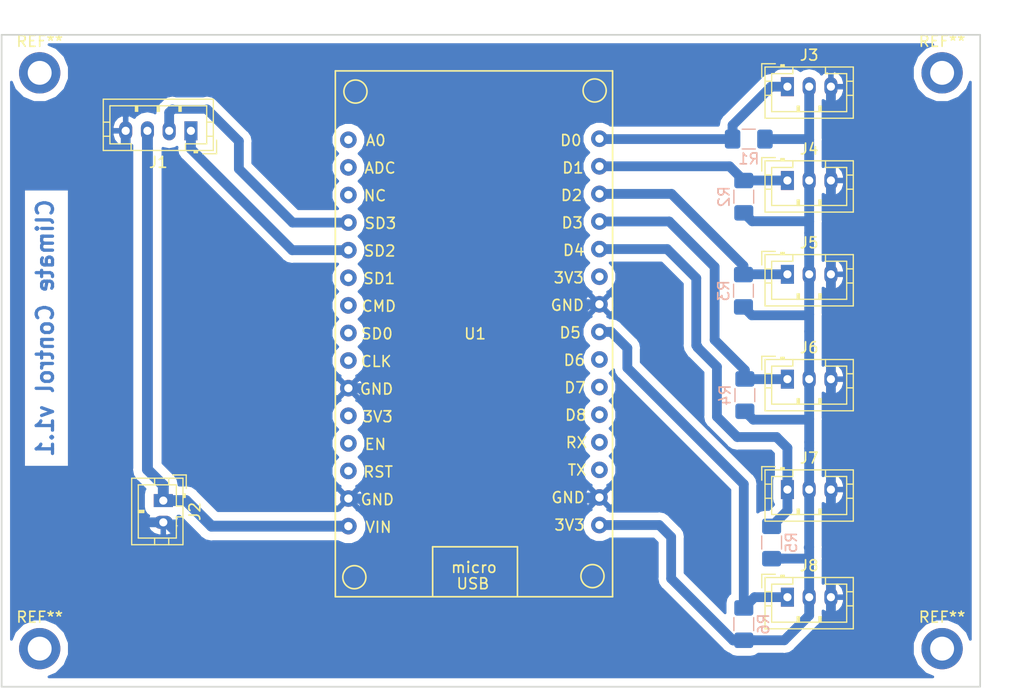
<source format=kicad_pcb>
(kicad_pcb (version 20171130) (host pcbnew 5.0.0+dfsg1-2~bpo9+1)
  (layers (0 F.Cu jumper) (31 B.Cu signal) (34 B.Paste user) (35 F.Paste user) (36 B.SilkS user) (37 F.SilkS user) (38 B.Mask user) (39 F.Mask user) (44 Edge.Cuts user))
  (net 0 "")
  (net 1 "Net-(J1-Pad1)")
  (net 2 "Net-(J1-Pad2)")
  (net 3 "Net-(J1-Pad3)")
  (net 4 GND)
  (net 5 3.3V)
  (net 6 GPIO16)
  (net 7 GPIO5)
  (net 8 GPIO4)
  (net 9 GPIO0)
  (net 10 GPIO2)
  (net 11 GPIO14)
  (net 12 "Net-(U1-Pad13)")
  (net 13 "Net-(U1-Pad9)")
  (net 14 "Net-(U1-Pad3)")
  (net 15 "Net-(U1-Pad6)")
  (net 16 "Net-(U1-Pad11)")
  (net 17 "Net-(U1-Pad12)")
  (net 18 "Net-(U1-Pad1)")
  (net 19 "Net-(U1-Pad2)")
  (net 20 "Net-(U1-Pad8)")
  (net 21 "Net-(U1-Pad7)")
  (net 22 "Net-(U1-Pad18)")
  (net 23 "Net-(U1-Pad19)")
  (net 24 "Net-(U1-Pad20)")
  (net 25 "Net-(U1-Pad21)")
  (net 26 "Net-(U1-Pad22)")
  (net 27 "Net-(U1-Pad25)")
  (module ESP8266:RobotDyn_NodeMCU (layer F.Cu) (at 138.783001 111.543001)
    (fp_text reference U1 (at 0.1 0 -180) (layer F.SilkS))
    (fp_text value RobotDyn_NodeMCU)
    (fp_text user 3V3 (at 8.782855 17.6) (layer F.SilkS))
    (fp_text user GND (at 8.654285 15.071423) (layer F.SilkS))
    (fp_text user TX (at 9.48999 12.542852) (layer F.SilkS))
    (fp_text user RX (at 9.425705 10.014281) (layer F.SilkS))
    (fp_text user D8 (at 9.36142 7.48571) (layer F.SilkS))
    (fp_text user D7 (at 9.297135 4.957139) (layer F.SilkS))
    (fp_text user D6 (at 9.23285 2.428568) (layer F.SilkS))
    (fp_text user GND (at 8.59 -2.628574) (layer F.SilkS))
    (fp_text user 3V3 (at 8.71857 -5.157145) (layer F.SilkS))
    (fp_text user D5 (at 8.84714 -0.100003) (layer F.SilkS))
    (fp_text user D4 (at 9.168565 -7.685716) (layer F.SilkS))
    (fp_text user D3 (at 9.039995 -10.214287) (layer F.SilkS))
    (fp_text user D2 (at 8.97571 -12.742858) (layer F.SilkS))
    (fp_text user D1 (at 9.10428 -15.271429) (layer F.SilkS))
    (fp_text user D0 (at 8.911425 -17.8) (layer F.SilkS))
    (fp_text user VIN (at -8.778574 17.8) (layer F.SilkS))
    (fp_text user GND (at -8.885716 15.257141) (layer F.SilkS))
    (fp_text user RST (at -8.814288 12.714284) (layer F.SilkS))
    (fp_text user EN (at -9.064286 10.171427) (layer F.SilkS))
    (fp_text user 3V3 (at -8.850002 7.62857) (layer F.SilkS))
    (fp_text user GND (at -8.957144 5.085713) (layer F.SilkS))
    (fp_text user CLK (at -8.992858 2.542856) (layer F.SilkS))
    (fp_text user SD0 (at -8.92143 -0.000001) (layer F.SilkS))
    (fp_text user CMD (at -8.74286 -2.542858) (layer F.SilkS))
    (fp_text user SD1 (at -8.707146 -5.085715) (layer F.SilkS))
    (fp_text user SD2 (at -8.671432 -7.628572) (layer F.SilkS))
    (fp_text user SD3 (at -8.600004 -10.171429) (layer F.SilkS))
    (fp_text user NC (at -9.1 -12.714286) (layer F.SilkS))
    (fp_text user ADC (at -8.635718 -15.257143) (layer F.SilkS))
    (fp_text user A0 (at -9.028572 -17.8) (layer F.SilkS))
    (fp_circle (center -11 22.4) (end -10.3 23.2) (layer F.SilkS) (width 0.15))
    (fp_circle (center 10.9 22.3) (end 11.6 23.1) (layer F.SilkS) (width 0.15))
    (fp_circle (center 11.1 -22.4) (end 11.8 -21.6) (layer F.SilkS) (width 0.15))
    (fp_circle (center -10.9 -22.3) (end -10.2 -21.5) (layer F.SilkS) (width 0.15))
    (fp_text user micro (at 0 21.5 -180) (layer F.SilkS))
    (fp_text user USB (at -0.1 23 -180) (layer F.SilkS))
    (fp_line (start -3.8 19.6) (end -3.8 24.1) (layer F.SilkS) (width 0.15))
    (fp_line (start 4 19.6) (end -3.8 19.6) (layer F.SilkS) (width 0.15))
    (fp_line (start 4 24.1) (end 4 19.6) (layer F.SilkS) (width 0.15))
    (fp_line (start 12.75 24.2) (end -12.75 24.2) (layer F.SilkS) (width 0.15))
    (fp_line (start -12.75 24.2) (end -12.75 -24.2) (layer F.SilkS) (width 0.15))
    (fp_line (start -12.75 -24.2) (end 12.75 -24.2) (layer F.SilkS) (width 0.15))
    (fp_line (start 12.75 -24.2) (end 12.75 24.2) (layer F.SilkS) (width 0.15))
    (pad 13 thru_hole circle (at -11.55 12.62 180) (size 1.524 1.524) (drill 0.762) (layers *.Cu *.Mask) (net 12 "Net-(U1-Pad13)"))
    (pad 9 thru_hole circle (at -11.55 2.46 180) (size 1.524 1.524) (drill 0.762) (layers *.Cu *.Mask) (net 13 "Net-(U1-Pad9)"))
    (pad 10 thru_hole circle (at -11.55 5 180) (size 1.524 1.524) (drill 0.762) (layers *.Cu *.Mask) (net 4 GND))
    (pad 3 thru_hole circle (at -11.55 -12.78 180) (size 1.524 1.524) (drill 0.762) (layers *.Cu *.Mask) (net 14 "Net-(U1-Pad3)"))
    (pad 6 thru_hole circle (at -11.55 -5.16 90) (size 1.524 1.524) (drill 0.762) (layers *.Cu *.Mask) (net 15 "Net-(U1-Pad6)"))
    (pad 14 thru_hole circle (at -11.55 15.16 180) (size 1.524 1.524) (drill 0.762) (layers *.Cu *.Mask) (net 4 GND))
    (pad 11 thru_hole circle (at -11.55 7.54 180) (size 1.524 1.524) (drill 0.762) (layers *.Cu *.Mask) (net 16 "Net-(U1-Pad11)"))
    (pad 5 thru_hole circle (at -11.55 -7.7 180) (size 1.524 1.524) (drill 0.762) (layers *.Cu *.Mask) (net 1 "Net-(J1-Pad1)"))
    (pad 4 thru_hole circle (at -11.55 -10.24 180) (size 1.524 1.524) (drill 0.762) (layers *.Cu *.Mask) (net 2 "Net-(J1-Pad2)"))
    (pad 12 thru_hole circle (at -11.55 10.08 180) (size 1.524 1.524) (drill 0.762) (layers *.Cu *.Mask) (net 17 "Net-(U1-Pad12)"))
    (pad 1 thru_hole circle (at -11.55 -17.86 180) (size 1.524 1.524) (drill 0.762) (layers *.Cu *.Mask) (net 18 "Net-(U1-Pad1)"))
    (pad 2 thru_hole circle (at -11.55 -15.32 180) (size 1.524 1.524) (drill 0.762) (layers *.Cu *.Mask) (net 19 "Net-(U1-Pad2)"))
    (pad 15 thru_hole circle (at -11.55 17.7 180) (size 1.524 1.524) (drill 0.762) (layers *.Cu *.Mask) (net 3 "Net-(J1-Pad3)"))
    (pad 8 thru_hole circle (at -11.55 -0.08 180) (size 1.524 1.524) (drill 0.762) (layers *.Cu *.Mask) (net 20 "Net-(U1-Pad8)"))
    (pad 7 thru_hole circle (at -11.55 -2.62 180) (size 1.524 1.524) (drill 0.762) (layers *.Cu *.Mask) (net 21 "Net-(U1-Pad7)"))
    (pad 16 thru_hole circle (at 11.54 17.6 180) (size 1.524 1.524) (drill 0.762) (layers *.Cu *.Mask) (net 5 3.3V))
    (pad 17 thru_hole circle (at 11.54 15.06 180) (size 1.524 1.524) (drill 0.762) (layers *.Cu *.Mask) (net 4 GND))
    (pad 18 thru_hole circle (at 11.54 12.52 180) (size 1.524 1.524) (drill 0.762) (layers *.Cu *.Mask) (net 22 "Net-(U1-Pad18)"))
    (pad 19 thru_hole circle (at 11.54 9.98 180) (size 1.524 1.524) (drill 0.762) (layers *.Cu *.Mask) (net 23 "Net-(U1-Pad19)"))
    (pad 20 thru_hole circle (at 11.54 7.44 180) (size 1.524 1.524) (drill 0.762) (layers *.Cu *.Mask) (net 24 "Net-(U1-Pad20)"))
    (pad 21 thru_hole circle (at 11.54 4.9 180) (size 1.524 1.524) (drill 0.762) (layers *.Cu *.Mask) (net 25 "Net-(U1-Pad21)"))
    (pad 22 thru_hole circle (at 11.54 2.36 180) (size 1.524 1.524) (drill 0.762) (layers *.Cu *.Mask) (net 26 "Net-(U1-Pad22)"))
    (pad 23 thru_hole circle (at 11.54 -0.18 180) (size 1.524 1.524) (drill 0.762) (layers *.Cu *.Mask) (net 11 GPIO14))
    (pad 24 thru_hole circle (at 11.54 -2.72 180) (size 1.524 1.524) (drill 0.762) (layers *.Cu *.Mask) (net 4 GND))
    (pad 25 thru_hole circle (at 11.54 -5.26 180) (size 1.524 1.524) (drill 0.762) (layers *.Cu *.Mask) (net 27 "Net-(U1-Pad25)"))
    (pad 26 thru_hole circle (at 11.54 -7.8 180) (size 1.524 1.524) (drill 0.762) (layers *.Cu *.Mask) (net 10 GPIO2))
    (pad 27 thru_hole circle (at 11.54 -10.34 180) (size 1.524 1.524) (drill 0.762) (layers *.Cu *.Mask) (net 9 GPIO0))
    (pad 28 thru_hole circle (at 11.54 -12.88 180) (size 1.524 1.524) (drill 0.762) (layers *.Cu *.Mask) (net 8 GPIO4))
    (pad 29 thru_hole circle (at 11.54 -15.42 180) (size 1.524 1.524) (drill 0.762) (layers *.Cu *.Mask) (net 7 GPIO5))
    (pad 30 thru_hole circle (at 11.54 -17.96 180) (size 1.524 1.524) (drill 0.762) (layers *.Cu *.Mask) (net 6 GPIO16))
  )
  (module Connector_JST:JST_PH_B4B-PH-K_1x04_P2.00mm_Vertical (layer F.Cu) (at 112.75 92.856 180)
    (fp_text reference J1 (at 3 -2.9 180) (layer F.SilkS))
    (fp_text value Display_01x04)
    (fp_line (start -2.06 -1.81) (end -2.06 2.91) (layer F.SilkS) (width 0.12))
    (fp_line (start -2.06 2.91) (end 8.06 2.91) (layer F.SilkS) (width 0.12))
    (fp_line (start 8.06 2.91) (end 8.06 -1.81) (layer F.SilkS) (width 0.12))
    (fp_line (start 8.06 -1.81) (end -2.06 -1.81) (layer F.SilkS) (width 0.12))
    (fp_line (start -0.3 -1.81) (end -0.3 -2.01) (layer F.SilkS) (width 0.12))
    (fp_line (start -0.3 -2.01) (end -0.6 -2.01) (layer F.SilkS) (width 0.12))
    (fp_line (start -0.6 -2.01) (end -0.6 -1.81) (layer F.SilkS) (width 0.12))
    (fp_line (start -0.3 -1.91) (end -0.6 -1.91) (layer F.SilkS) (width 0.12))
    (fp_line (start 0.5 -1.81) (end 0.5 -1.2) (layer F.SilkS) (width 0.12))
    (fp_line (start 0.5 -1.2) (end -1.45 -1.2) (layer F.SilkS) (width 0.12))
    (fp_line (start -1.45 -1.2) (end -1.45 2.3) (layer F.SilkS) (width 0.12))
    (fp_line (start -1.45 2.3) (end 7.45 2.3) (layer F.SilkS) (width 0.12))
    (fp_line (start 7.45 2.3) (end 7.45 -1.2) (layer F.SilkS) (width 0.12))
    (fp_line (start 7.45 -1.2) (end 5.5 -1.2) (layer F.SilkS) (width 0.12))
    (fp_line (start 5.5 -1.2) (end 5.5 -1.81) (layer F.SilkS) (width 0.12))
    (fp_line (start -2.06 -0.5) (end -1.45 -0.5) (layer F.SilkS) (width 0.12))
    (fp_line (start -2.06 0.8) (end -1.45 0.8) (layer F.SilkS) (width 0.12))
    (fp_line (start 8.06 -0.5) (end 7.45 -0.5) (layer F.SilkS) (width 0.12))
    (fp_line (start 8.06 0.8) (end 7.45 0.8) (layer F.SilkS) (width 0.12))
    (fp_line (start 0.9 2.3) (end 0.9 1.8) (layer F.SilkS) (width 0.12))
    (fp_line (start 0.9 1.8) (end 1.1 1.8) (layer F.SilkS) (width 0.12))
    (fp_line (start 1.1 1.8) (end 1.1 2.3) (layer F.SilkS) (width 0.12))
    (fp_line (start 1 2.3) (end 1 1.8) (layer F.SilkS) (width 0.12))
    (fp_line (start 2.9 2.3) (end 2.9 1.8) (layer F.SilkS) (width 0.12))
    (fp_line (start 2.9 1.8) (end 3.1 1.8) (layer F.SilkS) (width 0.12))
    (fp_line (start 3.1 1.8) (end 3.1 2.3) (layer F.SilkS) (width 0.12))
    (fp_line (start 3 2.3) (end 3 1.8) (layer F.SilkS) (width 0.12))
    (fp_line (start 4.9 2.3) (end 4.9 1.8) (layer F.SilkS) (width 0.12))
    (fp_line (start 4.9 1.8) (end 5.1 1.8) (layer F.SilkS) (width 0.12))
    (fp_line (start 5.1 1.8) (end 5.1 2.3) (layer F.SilkS) (width 0.12))
    (fp_line (start 5 2.3) (end 5 1.8) (layer F.SilkS) (width 0.12))
    (fp_line (start -1.11 -2.11) (end -2.36 -2.11) (layer F.SilkS) (width 0.12))
    (fp_line (start -2.36 -2.11) (end -2.36 -0.86) (layer F.SilkS) (width 0.12))
    (pad 1 thru_hole rect (at 0 0 180) (size 1.2 1.75) (drill 0.75) (layers *.Cu *.Mask) (net 1 "Net-(J1-Pad1)"))
    (pad 2 thru_hole oval (at 2 0 180) (size 1.2 1.75) (drill 0.75) (layers *.Cu *.Mask) (net 2 "Net-(J1-Pad2)"))
    (pad 3 thru_hole oval (at 4 0 180) (size 1.2 1.75) (drill 0.75) (layers *.Cu *.Mask) (net 3 "Net-(J1-Pad3)"))
    (pad 4 thru_hole oval (at 6 0 180) (size 1.2 1.75) (drill 0.75) (layers *.Cu *.Mask) (net 4 GND))
  )
  (module Connector_JST:JST_PH_B2B-PH-K_1x02_P2.00mm_Vertical (layer F.Cu) (at 110.21 126.892 270)
    (fp_text reference J2 (at 1 -2.9 270) (layer F.SilkS))
    (fp_text value Power_Conn_01x02)
    (fp_line (start -2.06 -1.81) (end -2.06 2.91) (layer F.SilkS) (width 0.12))
    (fp_line (start -2.06 2.91) (end 4.06 2.91) (layer F.SilkS) (width 0.12))
    (fp_line (start 4.06 2.91) (end 4.06 -1.81) (layer F.SilkS) (width 0.12))
    (fp_line (start 4.06 -1.81) (end -2.06 -1.81) (layer F.SilkS) (width 0.12))
    (fp_line (start -0.3 -1.81) (end -0.3 -2.01) (layer F.SilkS) (width 0.12))
    (fp_line (start -0.3 -2.01) (end -0.6 -2.01) (layer F.SilkS) (width 0.12))
    (fp_line (start -0.6 -2.01) (end -0.6 -1.81) (layer F.SilkS) (width 0.12))
    (fp_line (start -0.3 -1.91) (end -0.6 -1.91) (layer F.SilkS) (width 0.12))
    (fp_line (start 0.5 -1.81) (end 0.5 -1.2) (layer F.SilkS) (width 0.12))
    (fp_line (start 0.5 -1.2) (end -1.45 -1.2) (layer F.SilkS) (width 0.12))
    (fp_line (start -1.45 -1.2) (end -1.45 2.3) (layer F.SilkS) (width 0.12))
    (fp_line (start -1.45 2.3) (end 3.45 2.3) (layer F.SilkS) (width 0.12))
    (fp_line (start 3.45 2.3) (end 3.45 -1.2) (layer F.SilkS) (width 0.12))
    (fp_line (start 3.45 -1.2) (end 1.5 -1.2) (layer F.SilkS) (width 0.12))
    (fp_line (start 1.5 -1.2) (end 1.5 -1.81) (layer F.SilkS) (width 0.12))
    (fp_line (start -2.06 -0.5) (end -1.45 -0.5) (layer F.SilkS) (width 0.12))
    (fp_line (start -2.06 0.8) (end -1.45 0.8) (layer F.SilkS) (width 0.12))
    (fp_line (start 4.06 -0.5) (end 3.45 -0.5) (layer F.SilkS) (width 0.12))
    (fp_line (start 4.06 0.8) (end 3.45 0.8) (layer F.SilkS) (width 0.12))
    (fp_line (start 0.9 2.3) (end 0.9 1.8) (layer F.SilkS) (width 0.12))
    (fp_line (start 0.9 1.8) (end 1.1 1.8) (layer F.SilkS) (width 0.12))
    (fp_line (start 1.1 1.8) (end 1.1 2.3) (layer F.SilkS) (width 0.12))
    (fp_line (start 1 2.3) (end 1 1.8) (layer F.SilkS) (width 0.12))
    (fp_line (start -1.11 -2.11) (end -2.36 -2.11) (layer F.SilkS) (width 0.12))
    (fp_line (start -2.36 -2.11) (end -2.36 -0.86) (layer F.SilkS) (width 0.12))
    (pad 1 thru_hole rect (at 0 0 270) (size 1.2 1.75) (drill 0.75) (layers *.Cu *.Mask) (net 3 "Net-(J1-Pad3)"))
    (pad 2 thru_hole oval (at 2 0 270) (size 1.2 1.75) (drill 0.75) (layers *.Cu *.Mask) (net 4 GND))
  )
  (module Resistor_SMD:R_1206_3216Metric_Pad1.42x1.75mm_HandSolder (layer B.Cu) (at 164.058 93.618)
    (fp_text reference R1 (at 0 1.82) (layer B.SilkS) (effects (justify mirror)))
    (fp_text value 47k)
    (fp_line (start -0.602064 0.91) (end 0.602064 0.91) (layer B.SilkS) (width 0.12))
    (fp_line (start -0.602064 -0.91) (end 0.602064 -0.91) (layer B.SilkS) (width 0.12))
    (pad 1 smd roundrect (at -1.4875 0) (size 1.425 1.75) (layers B.Cu B.Paste B.Mask) (roundrect_rratio 0.175439) (net 6 GPIO16))
    (pad 2 smd roundrect (at 1.4875 0) (size 1.425 1.75) (layers B.Cu B.Paste B.Mask) (roundrect_rratio 0.175439) (net 5 3.3V))
  )
  (module Connector_JST:JST_PH_B3B-PH-K_1x03_P2.00mm_Vertical (layer F.Cu) (at 167.614 88.792)
    (fp_text reference J3 (at 2 -2.9) (layer F.SilkS))
    (fp_text value Sensor_Conn_01x03)
    (fp_line (start -2.36 -2.11) (end -2.36 -0.86) (layer F.SilkS) (width 0.12))
    (fp_line (start -1.11 -2.11) (end -2.36 -2.11) (layer F.SilkS) (width 0.12))
    (fp_line (start 3 2.3) (end 3 1.8) (layer F.SilkS) (width 0.12))
    (fp_line (start 3.1 1.8) (end 3.1 2.3) (layer F.SilkS) (width 0.12))
    (fp_line (start 2.9 1.8) (end 3.1 1.8) (layer F.SilkS) (width 0.12))
    (fp_line (start 2.9 2.3) (end 2.9 1.8) (layer F.SilkS) (width 0.12))
    (fp_line (start 1 2.3) (end 1 1.8) (layer F.SilkS) (width 0.12))
    (fp_line (start 1.1 1.8) (end 1.1 2.3) (layer F.SilkS) (width 0.12))
    (fp_line (start 0.9 1.8) (end 1.1 1.8) (layer F.SilkS) (width 0.12))
    (fp_line (start 0.9 2.3) (end 0.9 1.8) (layer F.SilkS) (width 0.12))
    (fp_line (start 6.06 0.8) (end 5.45 0.8) (layer F.SilkS) (width 0.12))
    (fp_line (start 6.06 -0.5) (end 5.45 -0.5) (layer F.SilkS) (width 0.12))
    (fp_line (start -2.06 0.8) (end -1.45 0.8) (layer F.SilkS) (width 0.12))
    (fp_line (start -2.06 -0.5) (end -1.45 -0.5) (layer F.SilkS) (width 0.12))
    (fp_line (start 3.5 -1.2) (end 3.5 -1.81) (layer F.SilkS) (width 0.12))
    (fp_line (start 5.45 -1.2) (end 3.5 -1.2) (layer F.SilkS) (width 0.12))
    (fp_line (start 5.45 2.3) (end 5.45 -1.2) (layer F.SilkS) (width 0.12))
    (fp_line (start -1.45 2.3) (end 5.45 2.3) (layer F.SilkS) (width 0.12))
    (fp_line (start -1.45 -1.2) (end -1.45 2.3) (layer F.SilkS) (width 0.12))
    (fp_line (start 0.5 -1.2) (end -1.45 -1.2) (layer F.SilkS) (width 0.12))
    (fp_line (start 0.5 -1.81) (end 0.5 -1.2) (layer F.SilkS) (width 0.12))
    (fp_line (start -0.3 -1.91) (end -0.6 -1.91) (layer F.SilkS) (width 0.12))
    (fp_line (start -0.6 -2.01) (end -0.6 -1.81) (layer F.SilkS) (width 0.12))
    (fp_line (start -0.3 -2.01) (end -0.6 -2.01) (layer F.SilkS) (width 0.12))
    (fp_line (start -0.3 -1.81) (end -0.3 -2.01) (layer F.SilkS) (width 0.12))
    (fp_line (start 6.06 -1.81) (end -2.06 -1.81) (layer F.SilkS) (width 0.12))
    (fp_line (start 6.06 2.91) (end 6.06 -1.81) (layer F.SilkS) (width 0.12))
    (fp_line (start -2.06 2.91) (end 6.06 2.91) (layer F.SilkS) (width 0.12))
    (fp_line (start -2.06 -1.81) (end -2.06 2.91) (layer F.SilkS) (width 0.12))
    (pad 3 thru_hole oval (at 4 0) (size 1.2 1.75) (drill 0.75) (layers *.Cu *.Mask) (net 4 GND))
    (pad 2 thru_hole oval (at 2 0) (size 1.2 1.75) (drill 0.75) (layers *.Cu *.Mask) (net 5 3.3V))
    (pad 1 thru_hole rect (at 0 0) (size 1.2 1.75) (drill 0.75) (layers *.Cu *.Mask) (net 6 GPIO16))
  )
  (module Connector_JST:JST_PH_B3B-PH-K_1x03_P2.00mm_Vertical (layer F.Cu) (at 167.614 97.428)
    (fp_text reference J4 (at 2 -2.9) (layer F.SilkS))
    (fp_text value Sensor_Conn_01x03)
    (fp_line (start -2.36 -2.11) (end -2.36 -0.86) (layer F.SilkS) (width 0.12))
    (fp_line (start -1.11 -2.11) (end -2.36 -2.11) (layer F.SilkS) (width 0.12))
    (fp_line (start 3 2.3) (end 3 1.8) (layer F.SilkS) (width 0.12))
    (fp_line (start 3.1 1.8) (end 3.1 2.3) (layer F.SilkS) (width 0.12))
    (fp_line (start 2.9 1.8) (end 3.1 1.8) (layer F.SilkS) (width 0.12))
    (fp_line (start 2.9 2.3) (end 2.9 1.8) (layer F.SilkS) (width 0.12))
    (fp_line (start 1 2.3) (end 1 1.8) (layer F.SilkS) (width 0.12))
    (fp_line (start 1.1 1.8) (end 1.1 2.3) (layer F.SilkS) (width 0.12))
    (fp_line (start 0.9 1.8) (end 1.1 1.8) (layer F.SilkS) (width 0.12))
    (fp_line (start 0.9 2.3) (end 0.9 1.8) (layer F.SilkS) (width 0.12))
    (fp_line (start 6.06 0.8) (end 5.45 0.8) (layer F.SilkS) (width 0.12))
    (fp_line (start 6.06 -0.5) (end 5.45 -0.5) (layer F.SilkS) (width 0.12))
    (fp_line (start -2.06 0.8) (end -1.45 0.8) (layer F.SilkS) (width 0.12))
    (fp_line (start -2.06 -0.5) (end -1.45 -0.5) (layer F.SilkS) (width 0.12))
    (fp_line (start 3.5 -1.2) (end 3.5 -1.81) (layer F.SilkS) (width 0.12))
    (fp_line (start 5.45 -1.2) (end 3.5 -1.2) (layer F.SilkS) (width 0.12))
    (fp_line (start 5.45 2.3) (end 5.45 -1.2) (layer F.SilkS) (width 0.12))
    (fp_line (start -1.45 2.3) (end 5.45 2.3) (layer F.SilkS) (width 0.12))
    (fp_line (start -1.45 -1.2) (end -1.45 2.3) (layer F.SilkS) (width 0.12))
    (fp_line (start 0.5 -1.2) (end -1.45 -1.2) (layer F.SilkS) (width 0.12))
    (fp_line (start 0.5 -1.81) (end 0.5 -1.2) (layer F.SilkS) (width 0.12))
    (fp_line (start -0.3 -1.91) (end -0.6 -1.91) (layer F.SilkS) (width 0.12))
    (fp_line (start -0.6 -2.01) (end -0.6 -1.81) (layer F.SilkS) (width 0.12))
    (fp_line (start -0.3 -2.01) (end -0.6 -2.01) (layer F.SilkS) (width 0.12))
    (fp_line (start -0.3 -1.81) (end -0.3 -2.01) (layer F.SilkS) (width 0.12))
    (fp_line (start 6.06 -1.81) (end -2.06 -1.81) (layer F.SilkS) (width 0.12))
    (fp_line (start 6.06 2.91) (end 6.06 -1.81) (layer F.SilkS) (width 0.12))
    (fp_line (start -2.06 2.91) (end 6.06 2.91) (layer F.SilkS) (width 0.12))
    (fp_line (start -2.06 -1.81) (end -2.06 2.91) (layer F.SilkS) (width 0.12))
    (pad 3 thru_hole oval (at 4 0) (size 1.2 1.75) (drill 0.75) (layers *.Cu *.Mask) (net 4 GND))
    (pad 2 thru_hole oval (at 2 0) (size 1.2 1.75) (drill 0.75) (layers *.Cu *.Mask) (net 5 3.3V))
    (pad 1 thru_hole rect (at 0 0) (size 1.2 1.75) (drill 0.75) (layers *.Cu *.Mask) (net 7 GPIO5))
  )
  (module Connector_JST:JST_PH_B3B-PH-K_1x03_P2.00mm_Vertical (layer F.Cu) (at 167.614 106.064)
    (fp_text reference J5 (at 2 -2.9) (layer F.SilkS))
    (fp_text value Sensor_Conn_01x03)
    (fp_line (start -2.06 -1.81) (end -2.06 2.91) (layer F.SilkS) (width 0.12))
    (fp_line (start -2.06 2.91) (end 6.06 2.91) (layer F.SilkS) (width 0.12))
    (fp_line (start 6.06 2.91) (end 6.06 -1.81) (layer F.SilkS) (width 0.12))
    (fp_line (start 6.06 -1.81) (end -2.06 -1.81) (layer F.SilkS) (width 0.12))
    (fp_line (start -0.3 -1.81) (end -0.3 -2.01) (layer F.SilkS) (width 0.12))
    (fp_line (start -0.3 -2.01) (end -0.6 -2.01) (layer F.SilkS) (width 0.12))
    (fp_line (start -0.6 -2.01) (end -0.6 -1.81) (layer F.SilkS) (width 0.12))
    (fp_line (start -0.3 -1.91) (end -0.6 -1.91) (layer F.SilkS) (width 0.12))
    (fp_line (start 0.5 -1.81) (end 0.5 -1.2) (layer F.SilkS) (width 0.12))
    (fp_line (start 0.5 -1.2) (end -1.45 -1.2) (layer F.SilkS) (width 0.12))
    (fp_line (start -1.45 -1.2) (end -1.45 2.3) (layer F.SilkS) (width 0.12))
    (fp_line (start -1.45 2.3) (end 5.45 2.3) (layer F.SilkS) (width 0.12))
    (fp_line (start 5.45 2.3) (end 5.45 -1.2) (layer F.SilkS) (width 0.12))
    (fp_line (start 5.45 -1.2) (end 3.5 -1.2) (layer F.SilkS) (width 0.12))
    (fp_line (start 3.5 -1.2) (end 3.5 -1.81) (layer F.SilkS) (width 0.12))
    (fp_line (start -2.06 -0.5) (end -1.45 -0.5) (layer F.SilkS) (width 0.12))
    (fp_line (start -2.06 0.8) (end -1.45 0.8) (layer F.SilkS) (width 0.12))
    (fp_line (start 6.06 -0.5) (end 5.45 -0.5) (layer F.SilkS) (width 0.12))
    (fp_line (start 6.06 0.8) (end 5.45 0.8) (layer F.SilkS) (width 0.12))
    (fp_line (start 0.9 2.3) (end 0.9 1.8) (layer F.SilkS) (width 0.12))
    (fp_line (start 0.9 1.8) (end 1.1 1.8) (layer F.SilkS) (width 0.12))
    (fp_line (start 1.1 1.8) (end 1.1 2.3) (layer F.SilkS) (width 0.12))
    (fp_line (start 1 2.3) (end 1 1.8) (layer F.SilkS) (width 0.12))
    (fp_line (start 2.9 2.3) (end 2.9 1.8) (layer F.SilkS) (width 0.12))
    (fp_line (start 2.9 1.8) (end 3.1 1.8) (layer F.SilkS) (width 0.12))
    (fp_line (start 3.1 1.8) (end 3.1 2.3) (layer F.SilkS) (width 0.12))
    (fp_line (start 3 2.3) (end 3 1.8) (layer F.SilkS) (width 0.12))
    (fp_line (start -1.11 -2.11) (end -2.36 -2.11) (layer F.SilkS) (width 0.12))
    (fp_line (start -2.36 -2.11) (end -2.36 -0.86) (layer F.SilkS) (width 0.12))
    (pad 1 thru_hole rect (at 0 0) (size 1.2 1.75) (drill 0.75) (layers *.Cu *.Mask) (net 8 GPIO4))
    (pad 2 thru_hole oval (at 2 0) (size 1.2 1.75) (drill 0.75) (layers *.Cu *.Mask) (net 5 3.3V))
    (pad 3 thru_hole oval (at 4 0) (size 1.2 1.75) (drill 0.75) (layers *.Cu *.Mask) (net 4 GND))
  )
  (module Connector_JST:JST_PH_B3B-PH-K_1x03_P2.00mm_Vertical (layer F.Cu) (at 167.614 115.716)
    (fp_text reference J6 (at 2 -2.9) (layer F.SilkS))
    (fp_text value Sensor_Conn_01x03)
    (fp_line (start -2.06 -1.81) (end -2.06 2.91) (layer F.SilkS) (width 0.12))
    (fp_line (start -2.06 2.91) (end 6.06 2.91) (layer F.SilkS) (width 0.12))
    (fp_line (start 6.06 2.91) (end 6.06 -1.81) (layer F.SilkS) (width 0.12))
    (fp_line (start 6.06 -1.81) (end -2.06 -1.81) (layer F.SilkS) (width 0.12))
    (fp_line (start -0.3 -1.81) (end -0.3 -2.01) (layer F.SilkS) (width 0.12))
    (fp_line (start -0.3 -2.01) (end -0.6 -2.01) (layer F.SilkS) (width 0.12))
    (fp_line (start -0.6 -2.01) (end -0.6 -1.81) (layer F.SilkS) (width 0.12))
    (fp_line (start -0.3 -1.91) (end -0.6 -1.91) (layer F.SilkS) (width 0.12))
    (fp_line (start 0.5 -1.81) (end 0.5 -1.2) (layer F.SilkS) (width 0.12))
    (fp_line (start 0.5 -1.2) (end -1.45 -1.2) (layer F.SilkS) (width 0.12))
    (fp_line (start -1.45 -1.2) (end -1.45 2.3) (layer F.SilkS) (width 0.12))
    (fp_line (start -1.45 2.3) (end 5.45 2.3) (layer F.SilkS) (width 0.12))
    (fp_line (start 5.45 2.3) (end 5.45 -1.2) (layer F.SilkS) (width 0.12))
    (fp_line (start 5.45 -1.2) (end 3.5 -1.2) (layer F.SilkS) (width 0.12))
    (fp_line (start 3.5 -1.2) (end 3.5 -1.81) (layer F.SilkS) (width 0.12))
    (fp_line (start -2.06 -0.5) (end -1.45 -0.5) (layer F.SilkS) (width 0.12))
    (fp_line (start -2.06 0.8) (end -1.45 0.8) (layer F.SilkS) (width 0.12))
    (fp_line (start 6.06 -0.5) (end 5.45 -0.5) (layer F.SilkS) (width 0.12))
    (fp_line (start 6.06 0.8) (end 5.45 0.8) (layer F.SilkS) (width 0.12))
    (fp_line (start 0.9 2.3) (end 0.9 1.8) (layer F.SilkS) (width 0.12))
    (fp_line (start 0.9 1.8) (end 1.1 1.8) (layer F.SilkS) (width 0.12))
    (fp_line (start 1.1 1.8) (end 1.1 2.3) (layer F.SilkS) (width 0.12))
    (fp_line (start 1 2.3) (end 1 1.8) (layer F.SilkS) (width 0.12))
    (fp_line (start 2.9 2.3) (end 2.9 1.8) (layer F.SilkS) (width 0.12))
    (fp_line (start 2.9 1.8) (end 3.1 1.8) (layer F.SilkS) (width 0.12))
    (fp_line (start 3.1 1.8) (end 3.1 2.3) (layer F.SilkS) (width 0.12))
    (fp_line (start 3 2.3) (end 3 1.8) (layer F.SilkS) (width 0.12))
    (fp_line (start -1.11 -2.11) (end -2.36 -2.11) (layer F.SilkS) (width 0.12))
    (fp_line (start -2.36 -2.11) (end -2.36 -0.86) (layer F.SilkS) (width 0.12))
    (pad 1 thru_hole rect (at 0 0) (size 1.2 1.75) (drill 0.75) (layers *.Cu *.Mask) (net 9 GPIO0))
    (pad 2 thru_hole oval (at 2 0) (size 1.2 1.75) (drill 0.75) (layers *.Cu *.Mask) (net 5 3.3V))
    (pad 3 thru_hole oval (at 4 0) (size 1.2 1.75) (drill 0.75) (layers *.Cu *.Mask) (net 4 GND))
  )
  (module Connector_JST:JST_PH_B3B-PH-K_1x03_P2.00mm_Vertical (layer F.Cu) (at 167.614 125.876)
    (fp_text reference J7 (at 2 -2.9) (layer F.SilkS))
    (fp_text value Sensor_Conn_01x03)
    (fp_line (start -2.36 -2.11) (end -2.36 -0.86) (layer F.SilkS) (width 0.12))
    (fp_line (start -1.11 -2.11) (end -2.36 -2.11) (layer F.SilkS) (width 0.12))
    (fp_line (start 3 2.3) (end 3 1.8) (layer F.SilkS) (width 0.12))
    (fp_line (start 3.1 1.8) (end 3.1 2.3) (layer F.SilkS) (width 0.12))
    (fp_line (start 2.9 1.8) (end 3.1 1.8) (layer F.SilkS) (width 0.12))
    (fp_line (start 2.9 2.3) (end 2.9 1.8) (layer F.SilkS) (width 0.12))
    (fp_line (start 1 2.3) (end 1 1.8) (layer F.SilkS) (width 0.12))
    (fp_line (start 1.1 1.8) (end 1.1 2.3) (layer F.SilkS) (width 0.12))
    (fp_line (start 0.9 1.8) (end 1.1 1.8) (layer F.SilkS) (width 0.12))
    (fp_line (start 0.9 2.3) (end 0.9 1.8) (layer F.SilkS) (width 0.12))
    (fp_line (start 6.06 0.8) (end 5.45 0.8) (layer F.SilkS) (width 0.12))
    (fp_line (start 6.06 -0.5) (end 5.45 -0.5) (layer F.SilkS) (width 0.12))
    (fp_line (start -2.06 0.8) (end -1.45 0.8) (layer F.SilkS) (width 0.12))
    (fp_line (start -2.06 -0.5) (end -1.45 -0.5) (layer F.SilkS) (width 0.12))
    (fp_line (start 3.5 -1.2) (end 3.5 -1.81) (layer F.SilkS) (width 0.12))
    (fp_line (start 5.45 -1.2) (end 3.5 -1.2) (layer F.SilkS) (width 0.12))
    (fp_line (start 5.45 2.3) (end 5.45 -1.2) (layer F.SilkS) (width 0.12))
    (fp_line (start -1.45 2.3) (end 5.45 2.3) (layer F.SilkS) (width 0.12))
    (fp_line (start -1.45 -1.2) (end -1.45 2.3) (layer F.SilkS) (width 0.12))
    (fp_line (start 0.5 -1.2) (end -1.45 -1.2) (layer F.SilkS) (width 0.12))
    (fp_line (start 0.5 -1.81) (end 0.5 -1.2) (layer F.SilkS) (width 0.12))
    (fp_line (start -0.3 -1.91) (end -0.6 -1.91) (layer F.SilkS) (width 0.12))
    (fp_line (start -0.6 -2.01) (end -0.6 -1.81) (layer F.SilkS) (width 0.12))
    (fp_line (start -0.3 -2.01) (end -0.6 -2.01) (layer F.SilkS) (width 0.12))
    (fp_line (start -0.3 -1.81) (end -0.3 -2.01) (layer F.SilkS) (width 0.12))
    (fp_line (start 6.06 -1.81) (end -2.06 -1.81) (layer F.SilkS) (width 0.12))
    (fp_line (start 6.06 2.91) (end 6.06 -1.81) (layer F.SilkS) (width 0.12))
    (fp_line (start -2.06 2.91) (end 6.06 2.91) (layer F.SilkS) (width 0.12))
    (fp_line (start -2.06 -1.81) (end -2.06 2.91) (layer F.SilkS) (width 0.12))
    (pad 3 thru_hole oval (at 4 0) (size 1.2 1.75) (drill 0.75) (layers *.Cu *.Mask) (net 4 GND))
    (pad 2 thru_hole oval (at 2 0) (size 1.2 1.75) (drill 0.75) (layers *.Cu *.Mask) (net 5 3.3V))
    (pad 1 thru_hole rect (at 0 0) (size 1.2 1.75) (drill 0.75) (layers *.Cu *.Mask) (net 10 GPIO2))
  )
  (module Connector_JST:JST_PH_B3B-PH-K_1x03_P2.00mm_Vertical (layer F.Cu) (at 167.614 135.782)
    (fp_text reference J8 (at 2 -2.9) (layer F.SilkS))
    (fp_text value Sensor_Conn_01x03)
    (fp_line (start -2.06 -1.81) (end -2.06 2.91) (layer F.SilkS) (width 0.12))
    (fp_line (start -2.06 2.91) (end 6.06 2.91) (layer F.SilkS) (width 0.12))
    (fp_line (start 6.06 2.91) (end 6.06 -1.81) (layer F.SilkS) (width 0.12))
    (fp_line (start 6.06 -1.81) (end -2.06 -1.81) (layer F.SilkS) (width 0.12))
    (fp_line (start -0.3 -1.81) (end -0.3 -2.01) (layer F.SilkS) (width 0.12))
    (fp_line (start -0.3 -2.01) (end -0.6 -2.01) (layer F.SilkS) (width 0.12))
    (fp_line (start -0.6 -2.01) (end -0.6 -1.81) (layer F.SilkS) (width 0.12))
    (fp_line (start -0.3 -1.91) (end -0.6 -1.91) (layer F.SilkS) (width 0.12))
    (fp_line (start 0.5 -1.81) (end 0.5 -1.2) (layer F.SilkS) (width 0.12))
    (fp_line (start 0.5 -1.2) (end -1.45 -1.2) (layer F.SilkS) (width 0.12))
    (fp_line (start -1.45 -1.2) (end -1.45 2.3) (layer F.SilkS) (width 0.12))
    (fp_line (start -1.45 2.3) (end 5.45 2.3) (layer F.SilkS) (width 0.12))
    (fp_line (start 5.45 2.3) (end 5.45 -1.2) (layer F.SilkS) (width 0.12))
    (fp_line (start 5.45 -1.2) (end 3.5 -1.2) (layer F.SilkS) (width 0.12))
    (fp_line (start 3.5 -1.2) (end 3.5 -1.81) (layer F.SilkS) (width 0.12))
    (fp_line (start -2.06 -0.5) (end -1.45 -0.5) (layer F.SilkS) (width 0.12))
    (fp_line (start -2.06 0.8) (end -1.45 0.8) (layer F.SilkS) (width 0.12))
    (fp_line (start 6.06 -0.5) (end 5.45 -0.5) (layer F.SilkS) (width 0.12))
    (fp_line (start 6.06 0.8) (end 5.45 0.8) (layer F.SilkS) (width 0.12))
    (fp_line (start 0.9 2.3) (end 0.9 1.8) (layer F.SilkS) (width 0.12))
    (fp_line (start 0.9 1.8) (end 1.1 1.8) (layer F.SilkS) (width 0.12))
    (fp_line (start 1.1 1.8) (end 1.1 2.3) (layer F.SilkS) (width 0.12))
    (fp_line (start 1 2.3) (end 1 1.8) (layer F.SilkS) (width 0.12))
    (fp_line (start 2.9 2.3) (end 2.9 1.8) (layer F.SilkS) (width 0.12))
    (fp_line (start 2.9 1.8) (end 3.1 1.8) (layer F.SilkS) (width 0.12))
    (fp_line (start 3.1 1.8) (end 3.1 2.3) (layer F.SilkS) (width 0.12))
    (fp_line (start 3 2.3) (end 3 1.8) (layer F.SilkS) (width 0.12))
    (fp_line (start -1.11 -2.11) (end -2.36 -2.11) (layer F.SilkS) (width 0.12))
    (fp_line (start -2.36 -2.11) (end -2.36 -0.86) (layer F.SilkS) (width 0.12))
    (pad 1 thru_hole rect (at 0 0) (size 1.2 1.75) (drill 0.75) (layers *.Cu *.Mask) (net 11 GPIO14))
    (pad 2 thru_hole oval (at 2 0) (size 1.2 1.75) (drill 0.75) (layers *.Cu *.Mask) (net 5 3.3V))
    (pad 3 thru_hole oval (at 4 0) (size 1.2 1.75) (drill 0.75) (layers *.Cu *.Mask) (net 4 GND))
  )
  (module Resistor_SMD:R_1206_3216Metric_Pad1.42x1.75mm_HandSolder (layer B.Cu) (at 163.6 98.92 270)
    (fp_text reference R2 (at 0 1.82 270) (layer B.SilkS) (effects (justify mirror)))
    (fp_text value 47k)
    (fp_line (start -0.602064 0.91) (end 0.602064 0.91) (layer B.SilkS) (width 0.12))
    (fp_line (start -0.602064 -0.91) (end 0.602064 -0.91) (layer B.SilkS) (width 0.12))
    (pad 1 smd roundrect (at -1.4875 0 270) (size 1.425 1.75) (layers B.Cu B.Paste B.Mask) (roundrect_rratio 0.175439) (net 7 GPIO5))
    (pad 2 smd roundrect (at 1.4875 0 270) (size 1.425 1.75) (layers B.Cu B.Paste B.Mask) (roundrect_rratio 0.175439) (net 5 3.3V))
  )
  (module Resistor_SMD:R_1206_3216Metric_Pad1.42x1.75mm_HandSolder (layer B.Cu) (at 163.57 107.5775 270)
    (fp_text reference R3 (at 0 1.82 270) (layer B.SilkS) (effects (justify mirror)))
    (fp_text value 47k)
    (fp_line (start -0.602064 -0.91) (end 0.602064 -0.91) (layer B.SilkS) (width 0.12))
    (fp_line (start -0.602064 0.91) (end 0.602064 0.91) (layer B.SilkS) (width 0.12))
    (pad 2 smd roundrect (at 1.4875 0 270) (size 1.425 1.75) (layers B.Cu B.Paste B.Mask) (roundrect_rratio 0.175439) (net 5 3.3V))
    (pad 1 smd roundrect (at -1.4875 0 270) (size 1.425 1.75) (layers B.Cu B.Paste B.Mask) (roundrect_rratio 0.175439) (net 8 GPIO4))
  )
  (module Resistor_SMD:R_1206_3216Metric_Pad1.42x1.75mm_HandSolder (layer B.Cu) (at 163.7 117.1825 270)
    (fp_text reference R4 (at 0 1.82 270) (layer B.SilkS) (effects (justify mirror)))
    (fp_text value 47k)
    (fp_line (start -0.602064 0.91) (end 0.602064 0.91) (layer B.SilkS) (width 0.12))
    (fp_line (start -0.602064 -0.91) (end 0.602064 -0.91) (layer B.SilkS) (width 0.12))
    (pad 1 smd roundrect (at -1.4875 0 270) (size 1.425 1.75) (layers B.Cu B.Paste B.Mask) (roundrect_rratio 0.175439) (net 9 GPIO0))
    (pad 2 smd roundrect (at 1.4875 0 270) (size 1.425 1.75) (layers B.Cu B.Paste B.Mask) (roundrect_rratio 0.175439) (net 5 3.3V))
  )
  (module Resistor_SMD:R_1206_3216Metric_Pad1.42x1.75mm_HandSolder (layer B.Cu) (at 166.16 130.75 90)
    (fp_text reference R5 (at 0 1.82 90) (layer B.SilkS) (effects (justify mirror)))
    (fp_text value 47k)
    (fp_line (start -0.602064 -0.91) (end 0.602064 -0.91) (layer B.SilkS) (width 0.12))
    (fp_line (start -0.602064 0.91) (end 0.602064 0.91) (layer B.SilkS) (width 0.12))
    (pad 2 smd roundrect (at 1.4875 0 90) (size 1.425 1.75) (layers B.Cu B.Paste B.Mask) (roundrect_rratio 0.175439) (net 10 GPIO2))
    (pad 1 smd roundrect (at -1.4875 0 90) (size 1.425 1.75) (layers B.Cu B.Paste B.Mask) (roundrect_rratio 0.175439) (net 5 3.3V))
  )
  (module Resistor_SMD:R_1206_3216Metric_Pad1.42x1.75mm_HandSolder (layer B.Cu) (at 163.6 138.26 90)
    (fp_text reference R6 (at 0 1.82 90) (layer B.SilkS) (effects (justify mirror)))
    (fp_text value 47k)
    (fp_line (start -0.602064 0.91) (end 0.602064 0.91) (layer B.SilkS) (width 0.12))
    (fp_line (start -0.602064 -0.91) (end 0.602064 -0.91) (layer B.SilkS) (width 0.12))
    (pad 1 smd roundrect (at -1.4875 0 90) (size 1.425 1.75) (layers B.Cu B.Paste B.Mask) (roundrect_rratio 0.175439) (net 5 3.3V))
    (pad 2 smd roundrect (at 1.4875 0 90) (size 1.425 1.75) (layers B.Cu B.Paste B.Mask) (roundrect_rratio 0.175439) (net 11 GPIO14))
  )
  (module MountingHole:MountingHole_2.2mm_M2_DIN965_Pad (layer F.Cu) (at 181.84 87.52)
    (fp_text reference REF** (at 0 -2.9) (layer F.SilkS))
    (fp_text value MountingHole_2.2mm_M2_DIN965_Pad hide)
    (pad "" thru_hole circle (at 0 0) (size 3.8 3.8) (drill 2.2) (layers *.Cu *.Mask))
  )
  (module MountingHole:MountingHole_2.2mm_M2_DIN965_Pad (layer F.Cu) (at 98.84 87.52)
    (fp_text reference REF** (at 0 -2.9) (layer F.SilkS))
    (fp_text value MountingHole_2.2mm_M2_DIN965_Pad hide)
    (pad "" thru_hole circle (at 0 0) (size 3.8 3.8) (drill 2.2) (layers *.Cu *.Mask))
  )
  (module MountingHole:MountingHole_2.2mm_M2_DIN965_Pad (layer F.Cu) (at 98.84 140.52)
    (fp_text reference REF** (at 0 -2.9) (layer F.SilkS))
    (fp_text value MountingHole_2.2mm_M2_DIN965_Pad hide)
    (pad "" thru_hole circle (at 0 0) (size 3.8 3.8) (drill 2.2) (layers *.Cu *.Mask))
  )
  (module MountingHole:MountingHole_2.2mm_M2_DIN965_Pad (layer F.Cu) (at 181.84 140.52)
    (fp_text reference REF** (at 0 -2.9) (layer F.SilkS))
    (fp_text value MountingHole_2.2mm_M2_DIN965_Pad hide)
    (pad 1 thru_hole circle (at 0 0) (size 3.8 3.8) (drill 2.2) (layers *.Cu *.Mask))
  )
  (gr_text "Climate Control v1.1" (at 99.34 111.02 90) (layer B.Cu) (effects (font (size 1.5 1.5) (thickness 0.3)) (justify mirror)))
  (gr_line (start 95.34 144.02) (end 95.34 84.02) (layer Edge.Cuts) (width 0.15))
  (gr_line (start 185.34 144.02) (end 95.34 144.02) (layer Edge.Cuts) (width 0.15))
  (gr_line (start 185.34 84.02) (end 185.34 144.02) (layer Edge.Cuts) (width 0.15))
  (gr_line (start 95.34 84.02) (end 185.34 84.02) (layer Edge.Cuts) (width 0.15))
  (segment (start 122.062001 103.843001) (end 127.233001 103.843001) (width 0.9) (layer B.Cu) (net 1))
  (segment (start 112.75 94.531) (end 122.062001 103.843001) (width 0.9) (layer B.Cu) (net 1))
  (segment (start 112.75 92.856) (end 112.75 94.531) (width 0.9) (layer B.Cu) (net 1))
  (segment (start 122.103001 101.303001) (end 127.233001 101.303001) (width 0.9) (layer B.Cu) (net 2))
  (segment (start 117.16 96.36) (end 122.103001 101.303001) (width 0.9) (layer B.Cu) (net 2))
  (segment (start 110.75 91.181) (end 110.75 92.856) (width 0.9) (layer B.Cu) (net 2))
  (segment (start 111.050001 90.880999) (end 110.75 91.181) (width 0.9) (layer B.Cu) (net 2))
  (segment (start 114.230001 90.880999) (end 111.050001 90.880999) (width 0.8) (layer B.Cu) (net 2))
  (segment (start 117.16 93.810998) (end 114.230001 90.880999) (width 0.9) (layer B.Cu) (net 2))
  (segment (start 117.16 96.36) (end 117.16 93.810998) (width 0.9) (layer B.Cu) (net 2))
  (segment (start 127.268 129.178) (end 127.333001 129.243001) (width 1) (layer B.Cu) (net 3))
  (segment (start 108.75 94.531) (end 108.75 92.856) (width 1) (layer B.Cu) (net 3))
  (segment (start 108.75 124.032) (end 108.75 94.531) (width 1) (layer B.Cu) (net 3))
  (segment (start 110.21 125.492) (end 108.75 124.032) (width 1) (layer B.Cu) (net 3))
  (segment (start 110.21 126.892) (end 110.21 125.492) (width 1) (layer B.Cu) (net 3))
  (segment (start 112.289176 126.892) (end 112.085 126.892) (width 1) (layer B.Cu) (net 3))
  (segment (start 112.085 126.892) (end 110.21 126.892) (width 1) (layer B.Cu) (net 3))
  (segment (start 114.640177 129.243001) (end 112.289176 126.892) (width 1) (layer B.Cu) (net 3))
  (segment (start 127.233001 129.243001) (end 114.640177 129.243001) (width 1) (layer B.Cu) (net 3))
  (segment (start 171.614 135.782) (end 171.614 88.792) (width 0.9) (layer B.Cu) (net 4))
  (segment (start 150.323001 126.603001) (end 146.4 126.603001) (width 0.9) (layer B.Cu) (net 4))
  (segment (start 169.614 115.716) (end 169.614 115.304) (width 0.9) (layer B.Cu) (net 5))
  (segment (start 169.614 106.064) (end 169.614 104.389) (width 0.9) (layer B.Cu) (net 5))
  (segment (start 169.614 97.428) (end 169.614 95.753) (width 0.9) (layer B.Cu) (net 5))
  (segment (start 169.572 93.618) (end 169.614 93.66) (width 0.9) (layer B.Cu) (net 5))
  (segment (start 165.5455 93.618) (end 169.572 93.618) (width 0.9) (layer B.Cu) (net 5))
  (segment (start 169.614 93.66) (end 169.614 88.792) (width 0.9) (layer B.Cu) (net 5))
  (segment (start 169.614 95.753) (end 169.614 93.66) (width 0.9) (layer B.Cu) (net 5))
  (segment (start 169.614 104.389) (end 169.614 102.26) (width 0.9) (layer B.Cu) (net 5))
  (segment (start 169.614 131.17) (end 169.614 125.876) (width 0.9) (layer B.Cu) (net 5))
  (segment (start 169.574 131.21) (end 169.614 131.17) (width 0.9) (layer B.Cu) (net 5))
  (segment (start 167.1425 132.23) (end 169.614 132.23) (width 0.9) (layer B.Cu) (net 5))
  (segment (start 167.135 132.2375) (end 167.1425 132.23) (width 0.9) (layer B.Cu) (net 5))
  (segment (start 166.16 132.2375) (end 167.135 132.2375) (width 0.9) (layer B.Cu) (net 5))
  (segment (start 169.614 135.782) (end 169.614 132.23) (width 0.9) (layer B.Cu) (net 5))
  (segment (start 169.614 132.23) (end 169.614 131.17) (width 0.9) (layer B.Cu) (net 5))
  (segment (start 169.614 125.876) (end 169.614 122.09) (width 0.9) (layer B.Cu) (net 5))
  (segment (start 169.614 122.09) (end 169.614 121.52) (width 0.9) (layer B.Cu) (net 5))
  (segment (start 169.614 112.29) (end 169.614 111.32) (width 0.9) (layer B.Cu) (net 5))
  (segment (start 169.614 115.304) (end 169.614 112.29) (width 0.9) (layer B.Cu) (net 5))
  (segment (start 167.3235 139.7475) (end 164.575 139.7475) (width 0.9) (layer B.Cu) (net 5))
  (segment (start 169.614 137.457) (end 167.3235 139.7475) (width 0.9) (layer B.Cu) (net 5))
  (segment (start 164.575 139.7475) (end 163.6 139.7475) (width 0.9) (layer B.Cu) (net 5))
  (segment (start 169.614 135.782) (end 169.614 137.457) (width 0.9) (layer B.Cu) (net 5))
  (segment (start 162.625 139.7475) (end 162.6125 139.76) (width 0.9) (layer B.Cu) (net 5))
  (segment (start 163.6 139.7475) (end 162.625 139.7475) (width 0.9) (layer B.Cu) (net 5))
  (segment (start 162.6125 139.76) (end 156.92 134.0675) (width 0.9) (layer B.Cu) (net 5))
  (segment (start 156.92 134.0675) (end 156.92 130.24) (width 0.9) (layer B.Cu) (net 5))
  (segment (start 155.823001 129.143001) (end 150.323001 129.143001) (width 0.9) (layer B.Cu) (net 5))
  (segment (start 156.92 130.24) (end 155.823001 129.143001) (width 0.9) (layer B.Cu) (net 5))
  (segment (start 164.371347 101.178847) (end 169.592847 101.178847) (width 0.9) (layer B.Cu) (net 5))
  (segment (start 163.6 100.4075) (end 164.371347 101.178847) (width 0.9) (layer B.Cu) (net 5))
  (segment (start 169.592847 101.178847) (end 169.614 101.2) (width 0.9) (layer B.Cu) (net 5))
  (segment (start 169.614 102.26) (end 169.614 101.2) (width 0.9) (layer B.Cu) (net 5))
  (segment (start 169.614 101.2) (end 169.614 97.428) (width 0.9) (layer B.Cu) (net 5))
  (segment (start 169.562653 119.441347) (end 169.614 119.39) (width 0.9) (layer B.Cu) (net 5))
  (segment (start 164.471347 119.441347) (end 169.562653 119.441347) (width 0.9) (layer B.Cu) (net 5))
  (segment (start 163.7 118.67) (end 164.471347 119.441347) (width 0.9) (layer B.Cu) (net 5))
  (segment (start 169.614 119.39) (end 169.614 115.716) (width 0.9) (layer B.Cu) (net 5))
  (segment (start 169.614 121.52) (end 169.614 119.39) (width 0.9) (layer B.Cu) (net 5))
  (segment (start 169.537653 109.836347) (end 169.614 109.76) (width 0.9) (layer B.Cu) (net 5))
  (segment (start 164.341347 109.836347) (end 169.537653 109.836347) (width 0.9) (layer B.Cu) (net 5))
  (segment (start 163.57 109.065) (end 164.341347 109.836347) (width 0.9) (layer B.Cu) (net 5))
  (segment (start 169.614 109.76) (end 169.614 106.064) (width 0.9) (layer B.Cu) (net 5))
  (segment (start 169.614 111.32) (end 169.614 109.76) (width 0.9) (layer B.Cu) (net 5))
  (segment (start 150.258 93.618) (end 150.223001 93.583001) (width 0.9) (layer B.Cu) (net 6))
  (segment (start 167.614 127.8085) (end 166.16 129.2625) (width 0.9) (layer B.Cu) (net 10))
  (segment (start 167.614 125.876) (end 167.614 127.8085) (width 0.9) (layer B.Cu) (net 10))
  (segment (start 167.614 125.876) (end 167.614 125.601) (width 0.9) (layer B.Cu) (net 10))
  (segment (start 164.5905 135.782) (end 163.6 136.7725) (width 0.9) (layer B.Cu) (net 11))
  (segment (start 167.614 135.782) (end 164.5905 135.782) (width 0.9) (layer B.Cu) (net 11))
  (segment (start 163.6 125.383334) (end 152.89 114.673334) (width 0.9) (layer B.Cu) (net 11))
  (segment (start 163.6 136.7725) (end 163.6 125.383334) (width 0.9) (layer B.Cu) (net 11))
  (segment (start 151.400631 111.363001) (end 150.323001 111.363001) (width 0.9) (layer B.Cu) (net 11))
  (segment (start 152.89 112.85237) (end 151.400631 111.363001) (width 0.9) (layer B.Cu) (net 11))
  (segment (start 152.89 114.673334) (end 152.89 112.85237) (width 0.9) (layer B.Cu) (net 11))
  (segment (start 106.75 127.107) (end 106.75 94.531) (width 0.9) (layer B.Cu) (net 4))
  (segment (start 106.75 94.531) (end 106.75 92.856) (width 0.9) (layer B.Cu) (net 4))
  (segment (start 108.535 128.892) (end 106.75 127.107) (width 0.9) (layer B.Cu) (net 4))
  (segment (start 110.21 128.892) (end 108.535 128.892) (width 0.9) (layer B.Cu) (net 4))
  (segment (start 127.333001 126.603001) (end 127.233001 126.703001) (width 0.9) (layer B.Cu) (net 4))
  (segment (start 150.223001 126.703001) (end 150.323001 126.603001) (width 0.9) (layer B.Cu) (net 4))
  (segment (start 128.310631 116.543001) (end 127.233001 116.543001) (width 0.9) (layer B.Cu) (net 4))
  (segment (start 130.07 125.423001) (end 130.07 118.30237) (width 0.9) (layer B.Cu) (net 4))
  (segment (start 128.79 126.703001) (end 130.07 125.423001) (width 0.9) (layer B.Cu) (net 4))
  (segment (start 130.07 118.30237) (end 128.310631 116.543001) (width 0.9) (layer B.Cu) (net 4))
  (segment (start 127.233001 126.703001) (end 128.79 126.703001) (width 0.9) (layer B.Cu) (net 4))
  (segment (start 149.245371 108.823001) (end 150.323001 108.823001) (width 0.9) (layer B.Cu) (net 4))
  (segment (start 148.25 109.818372) (end 149.245371 108.823001) (width 0.9) (layer B.Cu) (net 4))
  (segment (start 128.79 126.703001) (end 148.25 126.703001) (width 0.9) (layer B.Cu) (net 4))
  (segment (start 148.25 126.703001) (end 148.25 109.818372) (width 0.9) (layer B.Cu) (net 4))
  (segment (start 148.25 126.703001) (end 150.223001 126.703001) (width 0.9) (layer B.Cu) (net 4))
  (segment (start 148.25 129.899762) (end 148.25 126.703001) (width 0.9) (layer B.Cu) (net 4))
  (segment (start 171.614 135.782) (end 171.614 140.167334) (width 0.9) (layer B.Cu) (net 4))
  (segment (start 171.614 140.167334) (end 169.927325 141.854009) (width 0.9) (layer B.Cu) (net 4))
  (segment (start 169.927325 141.854009) (end 160.204247 141.854009) (width 0.9) (layer B.Cu) (net 4))
  (segment (start 160.204247 141.854009) (end 148.25 129.899762) (width 0.9) (layer B.Cu) (net 4))
  (segment (start 110.485 128.892) (end 110.21 128.892) (width 0.9) (layer B.Cu) (net 4))
  (segment (start 112.848002 131.255002) (end 110.485 128.892) (width 0.9) (layer B.Cu) (net 4))
  (segment (start 129.245002 127.637372) (end 129.245002 130.208762) (width 0.9) (layer B.Cu) (net 4))
  (segment (start 128.198762 131.255002) (end 112.848002 131.255002) (width 0.9) (layer B.Cu) (net 4))
  (segment (start 129.245002 130.208762) (end 128.198762 131.255002) (width 0.9) (layer B.Cu) (net 4))
  (segment (start 128.310631 126.703001) (end 129.245002 127.637372) (width 0.9) (layer B.Cu) (net 4))
  (segment (start 127.233001 126.703001) (end 128.310631 126.703001) (width 0.9) (layer B.Cu) (net 4))
  (segment (start 150.358 93.618) (end 150.323001 93.583001) (width 0.9) (layer B.Cu) (net 6))
  (segment (start 162.5705 93.618) (end 150.358 93.618) (width 0.9) (layer B.Cu) (net 6))
  (segment (start 162.5705 92.3355) (end 162.5705 92.643) (width 0.9) (layer B.Cu) (net 6))
  (segment (start 166.114 88.792) (end 162.5705 92.3355) (width 0.9) (layer B.Cu) (net 6))
  (segment (start 162.5705 92.643) (end 162.5705 93.618) (width 0.9) (layer B.Cu) (net 6))
  (segment (start 167.614 88.792) (end 166.114 88.792) (width 0.9) (layer B.Cu) (net 6))
  (segment (start 163.6045 97.428) (end 163.6 97.4325) (width 0.9) (layer B.Cu) (net 7))
  (segment (start 167.614 97.428) (end 163.6045 97.428) (width 0.9) (layer B.Cu) (net 7))
  (segment (start 162.290501 96.123001) (end 150.323001 96.123001) (width 0.9) (layer B.Cu) (net 7))
  (segment (start 163.6 97.4325) (end 162.290501 96.123001) (width 0.9) (layer B.Cu) (net 7))
  (segment (start 163.596 106.064) (end 163.57 106.09) (width 0.9) (layer B.Cu) (net 8))
  (segment (start 167.614 106.064) (end 163.596 106.064) (width 0.9) (layer B.Cu) (net 8))
  (segment (start 151.400631 98.663001) (end 150.323001 98.663001) (width 0.9) (layer B.Cu) (net 8))
  (segment (start 156.955501 98.663001) (end 151.400631 98.663001) (width 0.9) (layer B.Cu) (net 8))
  (segment (start 163.57 105.2775) (end 156.955501 98.663001) (width 0.9) (layer B.Cu) (net 8))
  (segment (start 163.57 106.09) (end 163.57 105.2775) (width 0.9) (layer B.Cu) (net 8))
  (segment (start 163.721 115.716) (end 163.7 115.695) (width 0.9) (layer B.Cu) (net 9))
  (segment (start 167.614 115.716) (end 163.721 115.716) (width 0.9) (layer B.Cu) (net 9))
  (segment (start 163.7 115.695) (end 163.7 114.8825) (width 0.9) (layer B.Cu) (net 9))
  (segment (start 156.743001 101.203001) (end 150.323001 101.203001) (width 0.9) (layer B.Cu) (net 9))
  (segment (start 163.7 114.8825) (end 160.92 112.1025) (width 0.9) (layer B.Cu) (net 9))
  (segment (start 160.92 112.1025) (end 160.92 105.38) (width 0.9) (layer B.Cu) (net 9))
  (segment (start 160.92 105.38) (end 156.743001 101.203001) (width 0.9) (layer B.Cu) (net 9))
  (segment (start 167.614 125.876) (end 167.614 122.045357) (width 0.9) (layer B.Cu) (net 10))
  (segment (start 163.003941 121.041357) (end 161.13 119.167416) (width 0.9) (layer B.Cu) (net 10))
  (segment (start 166.61 121.041357) (end 163.003941 121.041357) (width 0.9) (layer B.Cu) (net 10))
  (segment (start 167.614 122.045357) (end 166.61 121.041357) (width 0.9) (layer B.Cu) (net 10))
  (segment (start 161.13 114.575254) (end 159.344746 112.79) (width 0.9) (layer B.Cu) (net 10))
  (segment (start 161.13 119.167416) (end 161.13 114.575254) (width 0.9) (layer B.Cu) (net 10))
  (segment (start 159.344746 112.79) (end 159.344746 112.714746) (width 0.9) (layer B.Cu) (net 10))
  (segment (start 159.344746 112.714746) (end 159.23 112.6) (width 0.9) (layer B.Cu) (net 10))
  (segment (start 159.23 112.6) (end 159.23 106.42) (width 0.9) (layer B.Cu) (net 10))
  (segment (start 156.553001 103.743001) (end 150.323001 103.743001) (width 0.9) (layer B.Cu) (net 10))
  (segment (start 159.23 106.42) (end 156.553001 103.743001) (width 0.9) (layer B.Cu) (net 10))
  (zone (net 4) (net_name GND) (layer B.Cu) (connect_pads (clearance 0.7)) (min_thickness 0.254) (fill yes (mode segment) (arc_segments 16) (thermal_gap 0.508) (thermal_bridge_width 0.508))
    (polygon (pts (xy 95.34 84.02) (xy 185.34 84.02) (xy 185.34 144.02) (xy 95.34 144.02)))
  )
)
</source>
